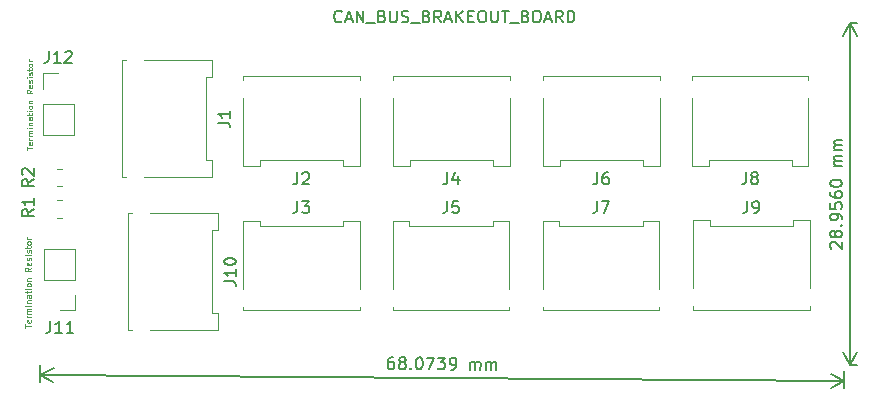
<source format=gbr>
%TF.GenerationSoftware,KiCad,Pcbnew,6.0.1-79c1e3a40b~116~ubuntu20.04.1*%
%TF.CreationDate,2022-01-27T21:22:14+08:00*%
%TF.ProjectId,canbus_board,63616e62-7573-45f6-926f-6172642e6b69,rev?*%
%TF.SameCoordinates,Original*%
%TF.FileFunction,Legend,Top*%
%TF.FilePolarity,Positive*%
%FSLAX46Y46*%
G04 Gerber Fmt 4.6, Leading zero omitted, Abs format (unit mm)*
G04 Created by KiCad (PCBNEW 6.0.1-79c1e3a40b~116~ubuntu20.04.1) date 2022-01-27 21:22:14*
%MOMM*%
%LPD*%
G01*
G04 APERTURE LIST*
%ADD10C,0.150000*%
%ADD11C,0.125000*%
%ADD12C,0.120000*%
G04 APERTURE END LIST*
D10*
X82400380Y-36933142D02*
X82352761Y-36980761D01*
X82209904Y-37028380D01*
X82114666Y-37028380D01*
X81971809Y-36980761D01*
X81876571Y-36885523D01*
X81828952Y-36790285D01*
X81781333Y-36599809D01*
X81781333Y-36456952D01*
X81828952Y-36266476D01*
X81876571Y-36171238D01*
X81971809Y-36076000D01*
X82114666Y-36028380D01*
X82209904Y-36028380D01*
X82352761Y-36076000D01*
X82400380Y-36123619D01*
X82781333Y-36742666D02*
X83257523Y-36742666D01*
X82686095Y-37028380D02*
X83019428Y-36028380D01*
X83352761Y-37028380D01*
X83686095Y-37028380D02*
X83686095Y-36028380D01*
X84257523Y-37028380D01*
X84257523Y-36028380D01*
X84495619Y-37123619D02*
X85257523Y-37123619D01*
X85828952Y-36504571D02*
X85971809Y-36552190D01*
X86019428Y-36599809D01*
X86067047Y-36695047D01*
X86067047Y-36837904D01*
X86019428Y-36933142D01*
X85971809Y-36980761D01*
X85876571Y-37028380D01*
X85495619Y-37028380D01*
X85495619Y-36028380D01*
X85828952Y-36028380D01*
X85924190Y-36076000D01*
X85971809Y-36123619D01*
X86019428Y-36218857D01*
X86019428Y-36314095D01*
X85971809Y-36409333D01*
X85924190Y-36456952D01*
X85828952Y-36504571D01*
X85495619Y-36504571D01*
X86495619Y-36028380D02*
X86495619Y-36837904D01*
X86543238Y-36933142D01*
X86590857Y-36980761D01*
X86686095Y-37028380D01*
X86876571Y-37028380D01*
X86971809Y-36980761D01*
X87019428Y-36933142D01*
X87067047Y-36837904D01*
X87067047Y-36028380D01*
X87495619Y-36980761D02*
X87638476Y-37028380D01*
X87876571Y-37028380D01*
X87971809Y-36980761D01*
X88019428Y-36933142D01*
X88067047Y-36837904D01*
X88067047Y-36742666D01*
X88019428Y-36647428D01*
X87971809Y-36599809D01*
X87876571Y-36552190D01*
X87686095Y-36504571D01*
X87590857Y-36456952D01*
X87543238Y-36409333D01*
X87495619Y-36314095D01*
X87495619Y-36218857D01*
X87543238Y-36123619D01*
X87590857Y-36076000D01*
X87686095Y-36028380D01*
X87924190Y-36028380D01*
X88067047Y-36076000D01*
X88257523Y-37123619D02*
X89019428Y-37123619D01*
X89590857Y-36504571D02*
X89733714Y-36552190D01*
X89781333Y-36599809D01*
X89828952Y-36695047D01*
X89828952Y-36837904D01*
X89781333Y-36933142D01*
X89733714Y-36980761D01*
X89638476Y-37028380D01*
X89257523Y-37028380D01*
X89257523Y-36028380D01*
X89590857Y-36028380D01*
X89686095Y-36076000D01*
X89733714Y-36123619D01*
X89781333Y-36218857D01*
X89781333Y-36314095D01*
X89733714Y-36409333D01*
X89686095Y-36456952D01*
X89590857Y-36504571D01*
X89257523Y-36504571D01*
X90828952Y-37028380D02*
X90495619Y-36552190D01*
X90257523Y-37028380D02*
X90257523Y-36028380D01*
X90638476Y-36028380D01*
X90733714Y-36076000D01*
X90781333Y-36123619D01*
X90828952Y-36218857D01*
X90828952Y-36361714D01*
X90781333Y-36456952D01*
X90733714Y-36504571D01*
X90638476Y-36552190D01*
X90257523Y-36552190D01*
X91209904Y-36742666D02*
X91686095Y-36742666D01*
X91114666Y-37028380D02*
X91447999Y-36028380D01*
X91781333Y-37028380D01*
X92114666Y-37028380D02*
X92114666Y-36028380D01*
X92686095Y-37028380D02*
X92257523Y-36456952D01*
X92686095Y-36028380D02*
X92114666Y-36599809D01*
X93114666Y-36504571D02*
X93447999Y-36504571D01*
X93590857Y-37028380D02*
X93114666Y-37028380D01*
X93114666Y-36028380D01*
X93590857Y-36028380D01*
X94209904Y-36028380D02*
X94400380Y-36028380D01*
X94495619Y-36076000D01*
X94590857Y-36171238D01*
X94638476Y-36361714D01*
X94638476Y-36695047D01*
X94590857Y-36885523D01*
X94495619Y-36980761D01*
X94400380Y-37028380D01*
X94209904Y-37028380D01*
X94114666Y-36980761D01*
X94019428Y-36885523D01*
X93971809Y-36695047D01*
X93971809Y-36361714D01*
X94019428Y-36171238D01*
X94114666Y-36076000D01*
X94209904Y-36028380D01*
X95067047Y-36028380D02*
X95067047Y-36837904D01*
X95114666Y-36933142D01*
X95162285Y-36980761D01*
X95257523Y-37028380D01*
X95447999Y-37028380D01*
X95543238Y-36980761D01*
X95590857Y-36933142D01*
X95638476Y-36837904D01*
X95638476Y-36028380D01*
X95971809Y-36028380D02*
X96543238Y-36028380D01*
X96257523Y-37028380D02*
X96257523Y-36028380D01*
X96638476Y-37123619D02*
X97400380Y-37123619D01*
X97971809Y-36504571D02*
X98114666Y-36552190D01*
X98162285Y-36599809D01*
X98209904Y-36695047D01*
X98209904Y-36837904D01*
X98162285Y-36933142D01*
X98114666Y-36980761D01*
X98019428Y-37028380D01*
X97638476Y-37028380D01*
X97638476Y-36028380D01*
X97971809Y-36028380D01*
X98067047Y-36076000D01*
X98114666Y-36123619D01*
X98162285Y-36218857D01*
X98162285Y-36314095D01*
X98114666Y-36409333D01*
X98067047Y-36456952D01*
X97971809Y-36504571D01*
X97638476Y-36504571D01*
X98828952Y-36028380D02*
X99019428Y-36028380D01*
X99114666Y-36076000D01*
X99209904Y-36171238D01*
X99257523Y-36361714D01*
X99257523Y-36695047D01*
X99209904Y-36885523D01*
X99114666Y-36980761D01*
X99019428Y-37028380D01*
X98828952Y-37028380D01*
X98733714Y-36980761D01*
X98638476Y-36885523D01*
X98590857Y-36695047D01*
X98590857Y-36361714D01*
X98638476Y-36171238D01*
X98733714Y-36076000D01*
X98828952Y-36028380D01*
X99638476Y-36742666D02*
X100114666Y-36742666D01*
X99543238Y-37028380D02*
X99876571Y-36028380D01*
X100209904Y-37028380D01*
X101114666Y-37028380D02*
X100781333Y-36552190D01*
X100543238Y-37028380D02*
X100543238Y-36028380D01*
X100924190Y-36028380D01*
X101019428Y-36076000D01*
X101067047Y-36123619D01*
X101114666Y-36218857D01*
X101114666Y-36361714D01*
X101067047Y-36456952D01*
X101019428Y-36504571D01*
X100924190Y-36552190D01*
X100543238Y-36552190D01*
X101543238Y-37028380D02*
X101543238Y-36028380D01*
X101781333Y-36028380D01*
X101924190Y-36076000D01*
X102019428Y-36171238D01*
X102067047Y-36266476D01*
X102114666Y-36456952D01*
X102114666Y-36599809D01*
X102067047Y-36790285D01*
X102019428Y-36885523D01*
X101924190Y-36980761D01*
X101781333Y-37028380D01*
X101543238Y-37028380D01*
X123873619Y-56181047D02*
X123826000Y-56133428D01*
X123778380Y-56038190D01*
X123778380Y-55800095D01*
X123826000Y-55704857D01*
X123873619Y-55657238D01*
X123968857Y-55609619D01*
X124064095Y-55609619D01*
X124206952Y-55657238D01*
X124778380Y-56228666D01*
X124778380Y-55609619D01*
X124206952Y-55038190D02*
X124159333Y-55133428D01*
X124111714Y-55181047D01*
X124016476Y-55228666D01*
X123968857Y-55228666D01*
X123873619Y-55181047D01*
X123826000Y-55133428D01*
X123778380Y-55038190D01*
X123778380Y-54847714D01*
X123826000Y-54752476D01*
X123873619Y-54704857D01*
X123968857Y-54657238D01*
X124016476Y-54657238D01*
X124111714Y-54704857D01*
X124159333Y-54752476D01*
X124206952Y-54847714D01*
X124206952Y-55038190D01*
X124254571Y-55133428D01*
X124302190Y-55181047D01*
X124397428Y-55228666D01*
X124587904Y-55228666D01*
X124683142Y-55181047D01*
X124730761Y-55133428D01*
X124778380Y-55038190D01*
X124778380Y-54847714D01*
X124730761Y-54752476D01*
X124683142Y-54704857D01*
X124587904Y-54657238D01*
X124397428Y-54657238D01*
X124302190Y-54704857D01*
X124254571Y-54752476D01*
X124206952Y-54847714D01*
X124683142Y-54228666D02*
X124730761Y-54181047D01*
X124778380Y-54228666D01*
X124730761Y-54276285D01*
X124683142Y-54228666D01*
X124778380Y-54228666D01*
X124778380Y-53704857D02*
X124778380Y-53514380D01*
X124730761Y-53419142D01*
X124683142Y-53371523D01*
X124540285Y-53276285D01*
X124349809Y-53228666D01*
X123968857Y-53228666D01*
X123873619Y-53276285D01*
X123826000Y-53323904D01*
X123778380Y-53419142D01*
X123778380Y-53609619D01*
X123826000Y-53704857D01*
X123873619Y-53752476D01*
X123968857Y-53800095D01*
X124206952Y-53800095D01*
X124302190Y-53752476D01*
X124349809Y-53704857D01*
X124397428Y-53609619D01*
X124397428Y-53419142D01*
X124349809Y-53323904D01*
X124302190Y-53276285D01*
X124206952Y-53228666D01*
X123778380Y-52323904D02*
X123778380Y-52800095D01*
X124254571Y-52847714D01*
X124206952Y-52800095D01*
X124159333Y-52704857D01*
X124159333Y-52466761D01*
X124206952Y-52371523D01*
X124254571Y-52323904D01*
X124349809Y-52276285D01*
X124587904Y-52276285D01*
X124683142Y-52323904D01*
X124730761Y-52371523D01*
X124778380Y-52466761D01*
X124778380Y-52704857D01*
X124730761Y-52800095D01*
X124683142Y-52847714D01*
X123778380Y-51419142D02*
X123778380Y-51609619D01*
X123826000Y-51704857D01*
X123873619Y-51752476D01*
X124016476Y-51847714D01*
X124206952Y-51895333D01*
X124587904Y-51895333D01*
X124683142Y-51847714D01*
X124730761Y-51800095D01*
X124778380Y-51704857D01*
X124778380Y-51514380D01*
X124730761Y-51419142D01*
X124683142Y-51371523D01*
X124587904Y-51323904D01*
X124349809Y-51323904D01*
X124254571Y-51371523D01*
X124206952Y-51419142D01*
X124159333Y-51514380D01*
X124159333Y-51704857D01*
X124206952Y-51800095D01*
X124254571Y-51847714D01*
X124349809Y-51895333D01*
X123778380Y-50704857D02*
X123778380Y-50609619D01*
X123826000Y-50514380D01*
X123873619Y-50466761D01*
X123968857Y-50419142D01*
X124159333Y-50371523D01*
X124397428Y-50371523D01*
X124587904Y-50419142D01*
X124683142Y-50466761D01*
X124730761Y-50514380D01*
X124778380Y-50609619D01*
X124778380Y-50704857D01*
X124730761Y-50800095D01*
X124683142Y-50847714D01*
X124587904Y-50895333D01*
X124397428Y-50942952D01*
X124159333Y-50942952D01*
X123968857Y-50895333D01*
X123873619Y-50847714D01*
X123826000Y-50800095D01*
X123778380Y-50704857D01*
X124778380Y-49181047D02*
X124111714Y-49181047D01*
X124206952Y-49181047D02*
X124159333Y-49133428D01*
X124111714Y-49038190D01*
X124111714Y-48895333D01*
X124159333Y-48800095D01*
X124254571Y-48752476D01*
X124778380Y-48752476D01*
X124254571Y-48752476D02*
X124159333Y-48704857D01*
X124111714Y-48609619D01*
X124111714Y-48466761D01*
X124159333Y-48371523D01*
X124254571Y-48323904D01*
X124778380Y-48323904D01*
X124778380Y-47847714D02*
X124111714Y-47847714D01*
X124206952Y-47847714D02*
X124159333Y-47800095D01*
X124111714Y-47704857D01*
X124111714Y-47562000D01*
X124159333Y-47466761D01*
X124254571Y-47419142D01*
X124778380Y-47419142D01*
X124254571Y-47419142D02*
X124159333Y-47371523D01*
X124111714Y-47276285D01*
X124111714Y-47133428D01*
X124159333Y-47038190D01*
X124254571Y-46990571D01*
X124778380Y-46990571D01*
X125468000Y-37084000D02*
X126062420Y-37084000D01*
X125468000Y-66040000D02*
X126062420Y-66040000D01*
X125476000Y-37084000D02*
X125476000Y-66040000D01*
X125476000Y-37084000D02*
X125476000Y-66040000D01*
X125476000Y-37084000D02*
X124889579Y-38210504D01*
X125476000Y-37084000D02*
X126062421Y-38210504D01*
X125476000Y-66040000D02*
X126062421Y-64913496D01*
X125476000Y-66040000D02*
X124889579Y-64913496D01*
X86791996Y-65388094D02*
X86601525Y-65386672D01*
X86505935Y-65433579D01*
X86457962Y-65480842D01*
X86361660Y-65622984D01*
X86312621Y-65813100D01*
X86309778Y-66194041D01*
X86356685Y-66289632D01*
X86403947Y-66337605D01*
X86498828Y-66385934D01*
X86689298Y-66387355D01*
X86784889Y-66340448D01*
X86832862Y-66293186D01*
X86881191Y-66198306D01*
X86882967Y-65960217D01*
X86836060Y-65864626D01*
X86788798Y-65816653D01*
X86693918Y-65768325D01*
X86503447Y-65766903D01*
X86407856Y-65813810D01*
X86359883Y-65861073D01*
X86311555Y-65955953D01*
X87455446Y-65821628D02*
X87360566Y-65773300D01*
X87313304Y-65725327D01*
X87266397Y-65629736D01*
X87266752Y-65582118D01*
X87315081Y-65487238D01*
X87363054Y-65439976D01*
X87458644Y-65393069D01*
X87649115Y-65394490D01*
X87743995Y-65442819D01*
X87791258Y-65490792D01*
X87838165Y-65586382D01*
X87837809Y-65634000D01*
X87789481Y-65728880D01*
X87741508Y-65776143D01*
X87645917Y-65823050D01*
X87455446Y-65821628D01*
X87359855Y-65868535D01*
X87311882Y-65915798D01*
X87263554Y-66010678D01*
X87262132Y-66201149D01*
X87309039Y-66296739D01*
X87356302Y-66344712D01*
X87451182Y-66393041D01*
X87641653Y-66394462D01*
X87737244Y-66347555D01*
X87785217Y-66300293D01*
X87833545Y-66205413D01*
X87834967Y-66014942D01*
X87788060Y-65919351D01*
X87740797Y-65871378D01*
X87645917Y-65823050D01*
X88261394Y-66303846D02*
X88308656Y-66351820D01*
X88260683Y-66399082D01*
X88213421Y-66351109D01*
X88261394Y-66303846D01*
X88260683Y-66399082D01*
X88934794Y-65404085D02*
X89030029Y-65404795D01*
X89124909Y-65453124D01*
X89172172Y-65501097D01*
X89219079Y-65596688D01*
X89265275Y-65787514D01*
X89263498Y-66025603D01*
X89214459Y-66215718D01*
X89166131Y-66310598D01*
X89118158Y-66357861D01*
X89022567Y-66404768D01*
X88927331Y-66404057D01*
X88832451Y-66355728D01*
X88785189Y-66307755D01*
X88738282Y-66212165D01*
X88692086Y-66021338D01*
X88693862Y-65783250D01*
X88742901Y-65593134D01*
X88791230Y-65498254D01*
X88839203Y-65450992D01*
X88934794Y-65404085D01*
X89601442Y-65409060D02*
X90268090Y-65414035D01*
X89832068Y-66410809D01*
X90553796Y-65416167D02*
X91172827Y-65420786D01*
X90836660Y-65799241D01*
X90979513Y-65800307D01*
X91074393Y-65848635D01*
X91121655Y-65896608D01*
X91168562Y-65992199D01*
X91166786Y-66230288D01*
X91118457Y-66325168D01*
X91070484Y-66372430D01*
X90974893Y-66419337D01*
X90689187Y-66417205D01*
X90594307Y-66368877D01*
X90547045Y-66320904D01*
X91641541Y-66424312D02*
X91832012Y-66425734D01*
X91927603Y-66378827D01*
X91975576Y-66331564D01*
X92071878Y-66189422D01*
X92120917Y-65999306D01*
X92123760Y-65618364D01*
X92076853Y-65522774D01*
X92029590Y-65474801D01*
X91934710Y-65426472D01*
X91744239Y-65425051D01*
X91648649Y-65471958D01*
X91600675Y-65519220D01*
X91552347Y-65614100D01*
X91550570Y-65852189D01*
X91597477Y-65947780D01*
X91644740Y-65995753D01*
X91739620Y-66044081D01*
X91930091Y-66045503D01*
X92025681Y-65998596D01*
X92073654Y-65951333D01*
X92121983Y-65856453D01*
X93308162Y-66436750D02*
X93313137Y-65770102D01*
X93312426Y-65865337D02*
X93360399Y-65818075D01*
X93455990Y-65771168D01*
X93598843Y-65772234D01*
X93693723Y-65820562D01*
X93740630Y-65916153D01*
X93736721Y-66439948D01*
X93740630Y-65916153D02*
X93788959Y-65821273D01*
X93884549Y-65774366D01*
X94027403Y-65775432D01*
X94122283Y-65823760D01*
X94169190Y-65919351D01*
X94165281Y-66443146D01*
X94641458Y-66446700D02*
X94646433Y-65780052D01*
X94645722Y-65875287D02*
X94693695Y-65828025D01*
X94789286Y-65781118D01*
X94932139Y-65782184D01*
X95027019Y-65830512D01*
X95073926Y-65926103D01*
X95070017Y-66449898D01*
X95073926Y-65926103D02*
X95122255Y-65831223D01*
X95217846Y-65784316D01*
X95360699Y-65785382D01*
X95455579Y-65833710D01*
X95502486Y-65929301D01*
X95498577Y-66453096D01*
X124964269Y-66539986D02*
X124953694Y-67956986D01*
X56892269Y-66031986D02*
X56881694Y-67448986D01*
X124958070Y-67370582D02*
X56886070Y-66862582D01*
X124958070Y-67370582D02*
X56886070Y-66862582D01*
X124958070Y-67370582D02*
X123835974Y-66775771D01*
X124958070Y-67370582D02*
X123827221Y-67948580D01*
X56886070Y-66862582D02*
X58008166Y-67457393D01*
X56886070Y-66862582D02*
X58016919Y-66284584D01*
%TO.C,J12*%
X57610476Y-39457380D02*
X57610476Y-40171666D01*
X57562857Y-40314523D01*
X57467619Y-40409761D01*
X57324761Y-40457380D01*
X57229523Y-40457380D01*
X58610476Y-40457380D02*
X58039047Y-40457380D01*
X58324761Y-40457380D02*
X58324761Y-39457380D01*
X58229523Y-39600238D01*
X58134285Y-39695476D01*
X58039047Y-39743095D01*
X58991428Y-39552619D02*
X59039047Y-39505000D01*
X59134285Y-39457380D01*
X59372380Y-39457380D01*
X59467619Y-39505000D01*
X59515238Y-39552619D01*
X59562857Y-39647857D01*
X59562857Y-39743095D01*
X59515238Y-39885952D01*
X58943809Y-40457380D01*
X59562857Y-40457380D01*
D11*
X55733190Y-47838809D02*
X55733190Y-47553095D01*
X56233190Y-47695952D02*
X55733190Y-47695952D01*
X56209380Y-47195952D02*
X56233190Y-47243571D01*
X56233190Y-47338809D01*
X56209380Y-47386428D01*
X56161761Y-47410238D01*
X55971285Y-47410238D01*
X55923666Y-47386428D01*
X55899857Y-47338809D01*
X55899857Y-47243571D01*
X55923666Y-47195952D01*
X55971285Y-47172142D01*
X56018904Y-47172142D01*
X56066523Y-47410238D01*
X56233190Y-46957857D02*
X55899857Y-46957857D01*
X55995095Y-46957857D02*
X55947476Y-46934047D01*
X55923666Y-46910238D01*
X55899857Y-46862619D01*
X55899857Y-46815000D01*
X56233190Y-46648333D02*
X55899857Y-46648333D01*
X55947476Y-46648333D02*
X55923666Y-46624523D01*
X55899857Y-46576904D01*
X55899857Y-46505476D01*
X55923666Y-46457857D01*
X55971285Y-46434047D01*
X56233190Y-46434047D01*
X55971285Y-46434047D02*
X55923666Y-46410238D01*
X55899857Y-46362619D01*
X55899857Y-46291190D01*
X55923666Y-46243571D01*
X55971285Y-46219761D01*
X56233190Y-46219761D01*
X56233190Y-45981666D02*
X55899857Y-45981666D01*
X55733190Y-45981666D02*
X55757000Y-46005476D01*
X55780809Y-45981666D01*
X55757000Y-45957857D01*
X55733190Y-45981666D01*
X55780809Y-45981666D01*
X55899857Y-45743571D02*
X56233190Y-45743571D01*
X55947476Y-45743571D02*
X55923666Y-45719761D01*
X55899857Y-45672142D01*
X55899857Y-45600714D01*
X55923666Y-45553095D01*
X55971285Y-45529285D01*
X56233190Y-45529285D01*
X56233190Y-45076904D02*
X55971285Y-45076904D01*
X55923666Y-45100714D01*
X55899857Y-45148333D01*
X55899857Y-45243571D01*
X55923666Y-45291190D01*
X56209380Y-45076904D02*
X56233190Y-45124523D01*
X56233190Y-45243571D01*
X56209380Y-45291190D01*
X56161761Y-45315000D01*
X56114142Y-45315000D01*
X56066523Y-45291190D01*
X56042714Y-45243571D01*
X56042714Y-45124523D01*
X56018904Y-45076904D01*
X55899857Y-44910238D02*
X55899857Y-44719761D01*
X55733190Y-44838809D02*
X56161761Y-44838809D01*
X56209380Y-44815000D01*
X56233190Y-44767380D01*
X56233190Y-44719761D01*
X56233190Y-44553095D02*
X55899857Y-44553095D01*
X55733190Y-44553095D02*
X55757000Y-44576904D01*
X55780809Y-44553095D01*
X55757000Y-44529285D01*
X55733190Y-44553095D01*
X55780809Y-44553095D01*
X56233190Y-44243571D02*
X56209380Y-44291190D01*
X56185571Y-44315000D01*
X56137952Y-44338809D01*
X55995095Y-44338809D01*
X55947476Y-44315000D01*
X55923666Y-44291190D01*
X55899857Y-44243571D01*
X55899857Y-44172142D01*
X55923666Y-44124523D01*
X55947476Y-44100714D01*
X55995095Y-44076904D01*
X56137952Y-44076904D01*
X56185571Y-44100714D01*
X56209380Y-44124523D01*
X56233190Y-44172142D01*
X56233190Y-44243571D01*
X55899857Y-43862619D02*
X56233190Y-43862619D01*
X55947476Y-43862619D02*
X55923666Y-43838809D01*
X55899857Y-43791190D01*
X55899857Y-43719761D01*
X55923666Y-43672142D01*
X55971285Y-43648333D01*
X56233190Y-43648333D01*
X56233190Y-42743571D02*
X55995095Y-42910238D01*
X56233190Y-43029285D02*
X55733190Y-43029285D01*
X55733190Y-42838809D01*
X55757000Y-42791190D01*
X55780809Y-42767380D01*
X55828428Y-42743571D01*
X55899857Y-42743571D01*
X55947476Y-42767380D01*
X55971285Y-42791190D01*
X55995095Y-42838809D01*
X55995095Y-43029285D01*
X56209380Y-42338809D02*
X56233190Y-42386428D01*
X56233190Y-42481666D01*
X56209380Y-42529285D01*
X56161761Y-42553095D01*
X55971285Y-42553095D01*
X55923666Y-42529285D01*
X55899857Y-42481666D01*
X55899857Y-42386428D01*
X55923666Y-42338809D01*
X55971285Y-42315000D01*
X56018904Y-42315000D01*
X56066523Y-42553095D01*
X56209380Y-42124523D02*
X56233190Y-42076904D01*
X56233190Y-41981666D01*
X56209380Y-41934047D01*
X56161761Y-41910238D01*
X56137952Y-41910238D01*
X56090333Y-41934047D01*
X56066523Y-41981666D01*
X56066523Y-42053095D01*
X56042714Y-42100714D01*
X55995095Y-42124523D01*
X55971285Y-42124523D01*
X55923666Y-42100714D01*
X55899857Y-42053095D01*
X55899857Y-41981666D01*
X55923666Y-41934047D01*
X56233190Y-41695952D02*
X55899857Y-41695952D01*
X55733190Y-41695952D02*
X55757000Y-41719761D01*
X55780809Y-41695952D01*
X55757000Y-41672142D01*
X55733190Y-41695952D01*
X55780809Y-41695952D01*
X56209380Y-41481666D02*
X56233190Y-41434047D01*
X56233190Y-41338809D01*
X56209380Y-41291190D01*
X56161761Y-41267380D01*
X56137952Y-41267380D01*
X56090333Y-41291190D01*
X56066523Y-41338809D01*
X56066523Y-41410238D01*
X56042714Y-41457857D01*
X55995095Y-41481666D01*
X55971285Y-41481666D01*
X55923666Y-41457857D01*
X55899857Y-41410238D01*
X55899857Y-41338809D01*
X55923666Y-41291190D01*
X55899857Y-41124523D02*
X55899857Y-40934047D01*
X55733190Y-41053095D02*
X56161761Y-41053095D01*
X56209380Y-41029285D01*
X56233190Y-40981666D01*
X56233190Y-40934047D01*
X56233190Y-40695952D02*
X56209380Y-40743571D01*
X56185571Y-40767380D01*
X56137952Y-40791190D01*
X55995095Y-40791190D01*
X55947476Y-40767380D01*
X55923666Y-40743571D01*
X55899857Y-40695952D01*
X55899857Y-40624523D01*
X55923666Y-40576904D01*
X55947476Y-40553095D01*
X55995095Y-40529285D01*
X56137952Y-40529285D01*
X56185571Y-40553095D01*
X56209380Y-40576904D01*
X56233190Y-40624523D01*
X56233190Y-40695952D01*
X56233190Y-40315000D02*
X55899857Y-40315000D01*
X55995095Y-40315000D02*
X55947476Y-40291190D01*
X55923666Y-40267380D01*
X55899857Y-40219761D01*
X55899857Y-40172142D01*
D10*
%TO.C,R1*%
X56332380Y-52871666D02*
X55856190Y-53205000D01*
X56332380Y-53443095D02*
X55332380Y-53443095D01*
X55332380Y-53062142D01*
X55380000Y-52966904D01*
X55427619Y-52919285D01*
X55522857Y-52871666D01*
X55665714Y-52871666D01*
X55760952Y-52919285D01*
X55808571Y-52966904D01*
X55856190Y-53062142D01*
X55856190Y-53443095D01*
X56332380Y-51919285D02*
X56332380Y-52490714D01*
X56332380Y-52205000D02*
X55332380Y-52205000D01*
X55475238Y-52300238D01*
X55570476Y-52395476D01*
X55618095Y-52490714D01*
%TO.C,R2*%
X56332380Y-50331666D02*
X55856190Y-50665000D01*
X56332380Y-50903095D02*
X55332380Y-50903095D01*
X55332380Y-50522142D01*
X55380000Y-50426904D01*
X55427619Y-50379285D01*
X55522857Y-50331666D01*
X55665714Y-50331666D01*
X55760952Y-50379285D01*
X55808571Y-50426904D01*
X55856190Y-50522142D01*
X55856190Y-50903095D01*
X55427619Y-49950714D02*
X55380000Y-49903095D01*
X55332380Y-49807857D01*
X55332380Y-49569761D01*
X55380000Y-49474523D01*
X55427619Y-49426904D01*
X55522857Y-49379285D01*
X55618095Y-49379285D01*
X55760952Y-49426904D01*
X56332380Y-49998333D01*
X56332380Y-49379285D01*
%TO.C,J10*%
X72464380Y-58951523D02*
X73178666Y-58951523D01*
X73321523Y-58999142D01*
X73416761Y-59094380D01*
X73464380Y-59237238D01*
X73464380Y-59332476D01*
X73464380Y-57951523D02*
X73464380Y-58522952D01*
X73464380Y-58237238D02*
X72464380Y-58237238D01*
X72607238Y-58332476D01*
X72702476Y-58427714D01*
X72750095Y-58522952D01*
X72464380Y-57332476D02*
X72464380Y-57237238D01*
X72512000Y-57142000D01*
X72559619Y-57094380D01*
X72654857Y-57046761D01*
X72845333Y-56999142D01*
X73083428Y-56999142D01*
X73273904Y-57046761D01*
X73369142Y-57094380D01*
X73416761Y-57142000D01*
X73464380Y-57237238D01*
X73464380Y-57332476D01*
X73416761Y-57427714D01*
X73369142Y-57475333D01*
X73273904Y-57522952D01*
X73083428Y-57570571D01*
X72845333Y-57570571D01*
X72654857Y-57522952D01*
X72559619Y-57475333D01*
X72512000Y-57427714D01*
X72464380Y-57332476D01*
%TO.C,J7*%
X104036666Y-52170380D02*
X104036666Y-52884666D01*
X103989047Y-53027523D01*
X103893809Y-53122761D01*
X103750952Y-53170380D01*
X103655714Y-53170380D01*
X104417619Y-52170380D02*
X105084285Y-52170380D01*
X104655714Y-53170380D01*
%TO.C,J5*%
X91336666Y-52170380D02*
X91336666Y-52884666D01*
X91289047Y-53027523D01*
X91193809Y-53122761D01*
X91050952Y-53170380D01*
X90955714Y-53170380D01*
X92289047Y-52170380D02*
X91812857Y-52170380D01*
X91765238Y-52646571D01*
X91812857Y-52598952D01*
X91908095Y-52551333D01*
X92146190Y-52551333D01*
X92241428Y-52598952D01*
X92289047Y-52646571D01*
X92336666Y-52741809D01*
X92336666Y-52979904D01*
X92289047Y-53075142D01*
X92241428Y-53122761D01*
X92146190Y-53170380D01*
X91908095Y-53170380D01*
X91812857Y-53122761D01*
X91765238Y-53075142D01*
%TO.C,J6*%
X104060666Y-49741380D02*
X104060666Y-50455666D01*
X104013047Y-50598523D01*
X103917809Y-50693761D01*
X103774952Y-50741380D01*
X103679714Y-50741380D01*
X104965428Y-49741380D02*
X104774952Y-49741380D01*
X104679714Y-49789000D01*
X104632095Y-49836619D01*
X104536857Y-49979476D01*
X104489238Y-50169952D01*
X104489238Y-50550904D01*
X104536857Y-50646142D01*
X104584476Y-50693761D01*
X104679714Y-50741380D01*
X104870190Y-50741380D01*
X104965428Y-50693761D01*
X105013047Y-50646142D01*
X105060666Y-50550904D01*
X105060666Y-50312809D01*
X105013047Y-50217571D01*
X104965428Y-50169952D01*
X104870190Y-50122333D01*
X104679714Y-50122333D01*
X104584476Y-50169952D01*
X104536857Y-50217571D01*
X104489238Y-50312809D01*
%TO.C,J8*%
X116657666Y-49731380D02*
X116657666Y-50445666D01*
X116610047Y-50588523D01*
X116514809Y-50683761D01*
X116371952Y-50731380D01*
X116276714Y-50731380D01*
X117276714Y-50159952D02*
X117181476Y-50112333D01*
X117133857Y-50064714D01*
X117086238Y-49969476D01*
X117086238Y-49921857D01*
X117133857Y-49826619D01*
X117181476Y-49779000D01*
X117276714Y-49731380D01*
X117467190Y-49731380D01*
X117562428Y-49779000D01*
X117610047Y-49826619D01*
X117657666Y-49921857D01*
X117657666Y-49969476D01*
X117610047Y-50064714D01*
X117562428Y-50112333D01*
X117467190Y-50159952D01*
X117276714Y-50159952D01*
X117181476Y-50207571D01*
X117133857Y-50255190D01*
X117086238Y-50350428D01*
X117086238Y-50540904D01*
X117133857Y-50636142D01*
X117181476Y-50683761D01*
X117276714Y-50731380D01*
X117467190Y-50731380D01*
X117562428Y-50683761D01*
X117610047Y-50636142D01*
X117657666Y-50540904D01*
X117657666Y-50350428D01*
X117610047Y-50255190D01*
X117562428Y-50207571D01*
X117467190Y-50159952D01*
%TO.C,J3*%
X78660666Y-52170380D02*
X78660666Y-52884666D01*
X78613047Y-53027523D01*
X78517809Y-53122761D01*
X78374952Y-53170380D01*
X78279714Y-53170380D01*
X79041619Y-52170380D02*
X79660666Y-52170380D01*
X79327333Y-52551333D01*
X79470190Y-52551333D01*
X79565428Y-52598952D01*
X79613047Y-52646571D01*
X79660666Y-52741809D01*
X79660666Y-52979904D01*
X79613047Y-53075142D01*
X79565428Y-53122761D01*
X79470190Y-53170380D01*
X79184476Y-53170380D01*
X79089238Y-53122761D01*
X79041619Y-53075142D01*
%TO.C,J9*%
X116760666Y-52160380D02*
X116760666Y-52874666D01*
X116713047Y-53017523D01*
X116617809Y-53112761D01*
X116474952Y-53160380D01*
X116379714Y-53160380D01*
X117284476Y-53160380D02*
X117474952Y-53160380D01*
X117570190Y-53112761D01*
X117617809Y-53065142D01*
X117713047Y-52922285D01*
X117760666Y-52731809D01*
X117760666Y-52350857D01*
X117713047Y-52255619D01*
X117665428Y-52208000D01*
X117570190Y-52160380D01*
X117379714Y-52160380D01*
X117284476Y-52208000D01*
X117236857Y-52255619D01*
X117189238Y-52350857D01*
X117189238Y-52588952D01*
X117236857Y-52684190D01*
X117284476Y-52731809D01*
X117379714Y-52779428D01*
X117570190Y-52779428D01*
X117665428Y-52731809D01*
X117713047Y-52684190D01*
X117760666Y-52588952D01*
%TO.C,J1*%
X71956380Y-45521333D02*
X72670666Y-45521333D01*
X72813523Y-45568952D01*
X72908761Y-45664190D01*
X72956380Y-45807047D01*
X72956380Y-45902285D01*
X72956380Y-44521333D02*
X72956380Y-45092761D01*
X72956380Y-44807047D02*
X71956380Y-44807047D01*
X72099238Y-44902285D01*
X72194476Y-44997523D01*
X72242095Y-45092761D01*
%TO.C,J2*%
X78660666Y-49741380D02*
X78660666Y-50455666D01*
X78613047Y-50598523D01*
X78517809Y-50693761D01*
X78374952Y-50741380D01*
X78279714Y-50741380D01*
X79089238Y-49836619D02*
X79136857Y-49789000D01*
X79232095Y-49741380D01*
X79470190Y-49741380D01*
X79565428Y-49789000D01*
X79613047Y-49836619D01*
X79660666Y-49931857D01*
X79660666Y-50027095D01*
X79613047Y-50169952D01*
X79041619Y-50741380D01*
X79660666Y-50741380D01*
%TO.C,J4*%
X91360666Y-49741380D02*
X91360666Y-50455666D01*
X91313047Y-50598523D01*
X91217809Y-50693761D01*
X91074952Y-50741380D01*
X90979714Y-50741380D01*
X92265428Y-50074714D02*
X92265428Y-50741380D01*
X92027333Y-49693761D02*
X91789238Y-50408047D01*
X92408285Y-50408047D01*
%TO.C,J11*%
X57737476Y-62317380D02*
X57737476Y-63031666D01*
X57689857Y-63174523D01*
X57594619Y-63269761D01*
X57451761Y-63317380D01*
X57356523Y-63317380D01*
X58737476Y-63317380D02*
X58166047Y-63317380D01*
X58451761Y-63317380D02*
X58451761Y-62317380D01*
X58356523Y-62460238D01*
X58261285Y-62555476D01*
X58166047Y-62603095D01*
X59689857Y-63317380D02*
X59118428Y-63317380D01*
X59404142Y-63317380D02*
X59404142Y-62317380D01*
X59308904Y-62460238D01*
X59213666Y-62555476D01*
X59118428Y-62603095D01*
D11*
X55606190Y-62888333D02*
X55606190Y-62602619D01*
X56106190Y-62745476D02*
X55606190Y-62745476D01*
X56082380Y-62245476D02*
X56106190Y-62293095D01*
X56106190Y-62388333D01*
X56082380Y-62435952D01*
X56034761Y-62459761D01*
X55844285Y-62459761D01*
X55796666Y-62435952D01*
X55772857Y-62388333D01*
X55772857Y-62293095D01*
X55796666Y-62245476D01*
X55844285Y-62221666D01*
X55891904Y-62221666D01*
X55939523Y-62459761D01*
X56106190Y-62007380D02*
X55772857Y-62007380D01*
X55868095Y-62007380D02*
X55820476Y-61983571D01*
X55796666Y-61959761D01*
X55772857Y-61912142D01*
X55772857Y-61864523D01*
X56106190Y-61697857D02*
X55772857Y-61697857D01*
X55820476Y-61697857D02*
X55796666Y-61674047D01*
X55772857Y-61626428D01*
X55772857Y-61555000D01*
X55796666Y-61507380D01*
X55844285Y-61483571D01*
X56106190Y-61483571D01*
X55844285Y-61483571D02*
X55796666Y-61459761D01*
X55772857Y-61412142D01*
X55772857Y-61340714D01*
X55796666Y-61293095D01*
X55844285Y-61269285D01*
X56106190Y-61269285D01*
X56106190Y-61031190D02*
X55772857Y-61031190D01*
X55606190Y-61031190D02*
X55630000Y-61055000D01*
X55653809Y-61031190D01*
X55630000Y-61007380D01*
X55606190Y-61031190D01*
X55653809Y-61031190D01*
X55772857Y-60793095D02*
X56106190Y-60793095D01*
X55820476Y-60793095D02*
X55796666Y-60769285D01*
X55772857Y-60721666D01*
X55772857Y-60650238D01*
X55796666Y-60602619D01*
X55844285Y-60578809D01*
X56106190Y-60578809D01*
X56106190Y-60126428D02*
X55844285Y-60126428D01*
X55796666Y-60150238D01*
X55772857Y-60197857D01*
X55772857Y-60293095D01*
X55796666Y-60340714D01*
X56082380Y-60126428D02*
X56106190Y-60174047D01*
X56106190Y-60293095D01*
X56082380Y-60340714D01*
X56034761Y-60364523D01*
X55987142Y-60364523D01*
X55939523Y-60340714D01*
X55915714Y-60293095D01*
X55915714Y-60174047D01*
X55891904Y-60126428D01*
X55772857Y-59959761D02*
X55772857Y-59769285D01*
X55606190Y-59888333D02*
X56034761Y-59888333D01*
X56082380Y-59864523D01*
X56106190Y-59816904D01*
X56106190Y-59769285D01*
X56106190Y-59602619D02*
X55772857Y-59602619D01*
X55606190Y-59602619D02*
X55630000Y-59626428D01*
X55653809Y-59602619D01*
X55630000Y-59578809D01*
X55606190Y-59602619D01*
X55653809Y-59602619D01*
X56106190Y-59293095D02*
X56082380Y-59340714D01*
X56058571Y-59364523D01*
X56010952Y-59388333D01*
X55868095Y-59388333D01*
X55820476Y-59364523D01*
X55796666Y-59340714D01*
X55772857Y-59293095D01*
X55772857Y-59221666D01*
X55796666Y-59174047D01*
X55820476Y-59150238D01*
X55868095Y-59126428D01*
X56010952Y-59126428D01*
X56058571Y-59150238D01*
X56082380Y-59174047D01*
X56106190Y-59221666D01*
X56106190Y-59293095D01*
X55772857Y-58912142D02*
X56106190Y-58912142D01*
X55820476Y-58912142D02*
X55796666Y-58888333D01*
X55772857Y-58840714D01*
X55772857Y-58769285D01*
X55796666Y-58721666D01*
X55844285Y-58697857D01*
X56106190Y-58697857D01*
X56106190Y-57793095D02*
X55868095Y-57959761D01*
X56106190Y-58078809D02*
X55606190Y-58078809D01*
X55606190Y-57888333D01*
X55630000Y-57840714D01*
X55653809Y-57816904D01*
X55701428Y-57793095D01*
X55772857Y-57793095D01*
X55820476Y-57816904D01*
X55844285Y-57840714D01*
X55868095Y-57888333D01*
X55868095Y-58078809D01*
X56082380Y-57388333D02*
X56106190Y-57435952D01*
X56106190Y-57531190D01*
X56082380Y-57578809D01*
X56034761Y-57602619D01*
X55844285Y-57602619D01*
X55796666Y-57578809D01*
X55772857Y-57531190D01*
X55772857Y-57435952D01*
X55796666Y-57388333D01*
X55844285Y-57364523D01*
X55891904Y-57364523D01*
X55939523Y-57602619D01*
X56082380Y-57174047D02*
X56106190Y-57126428D01*
X56106190Y-57031190D01*
X56082380Y-56983571D01*
X56034761Y-56959761D01*
X56010952Y-56959761D01*
X55963333Y-56983571D01*
X55939523Y-57031190D01*
X55939523Y-57102619D01*
X55915714Y-57150238D01*
X55868095Y-57174047D01*
X55844285Y-57174047D01*
X55796666Y-57150238D01*
X55772857Y-57102619D01*
X55772857Y-57031190D01*
X55796666Y-56983571D01*
X56106190Y-56745476D02*
X55772857Y-56745476D01*
X55606190Y-56745476D02*
X55630000Y-56769285D01*
X55653809Y-56745476D01*
X55630000Y-56721666D01*
X55606190Y-56745476D01*
X55653809Y-56745476D01*
X56082380Y-56531190D02*
X56106190Y-56483571D01*
X56106190Y-56388333D01*
X56082380Y-56340714D01*
X56034761Y-56316904D01*
X56010952Y-56316904D01*
X55963333Y-56340714D01*
X55939523Y-56388333D01*
X55939523Y-56459761D01*
X55915714Y-56507380D01*
X55868095Y-56531190D01*
X55844285Y-56531190D01*
X55796666Y-56507380D01*
X55772857Y-56459761D01*
X55772857Y-56388333D01*
X55796666Y-56340714D01*
X55772857Y-56174047D02*
X55772857Y-55983571D01*
X55606190Y-56102619D02*
X56034761Y-56102619D01*
X56082380Y-56078809D01*
X56106190Y-56031190D01*
X56106190Y-55983571D01*
X56106190Y-55745476D02*
X56082380Y-55793095D01*
X56058571Y-55816904D01*
X56010952Y-55840714D01*
X55868095Y-55840714D01*
X55820476Y-55816904D01*
X55796666Y-55793095D01*
X55772857Y-55745476D01*
X55772857Y-55674047D01*
X55796666Y-55626428D01*
X55820476Y-55602619D01*
X55868095Y-55578809D01*
X56010952Y-55578809D01*
X56058571Y-55602619D01*
X56082380Y-55626428D01*
X56106190Y-55674047D01*
X56106190Y-55745476D01*
X56106190Y-55364523D02*
X55772857Y-55364523D01*
X55868095Y-55364523D02*
X55820476Y-55340714D01*
X55796666Y-55316904D01*
X55772857Y-55269285D01*
X55772857Y-55221666D01*
D12*
%TO.C,J12*%
X57090000Y-43937000D02*
X59750000Y-43937000D01*
X57090000Y-42667000D02*
X57090000Y-41337000D01*
X57090000Y-43937000D02*
X57090000Y-46537000D01*
X59750000Y-43937000D02*
X59750000Y-46537000D01*
X57090000Y-46537000D02*
X59750000Y-46537000D01*
X57090000Y-41337000D02*
X58420000Y-41337000D01*
%TO.C,R1*%
X58319936Y-52097000D02*
X58774064Y-52097000D01*
X58319936Y-53567000D02*
X58774064Y-53567000D01*
%TO.C,R2*%
X58303936Y-49430000D02*
X58758064Y-49430000D01*
X58303936Y-50900000D02*
X58758064Y-50900000D01*
%TO.C,J10*%
X64642000Y-53207000D02*
X64332000Y-53207000D01*
X71422000Y-61657000D02*
X71922000Y-61657000D01*
X64332000Y-53207000D02*
X64332000Y-63077000D01*
X71922000Y-53207000D02*
X71922000Y-54627000D01*
X71922000Y-54627000D02*
X71422000Y-54627000D01*
X66162000Y-53207000D02*
X71922000Y-53207000D01*
X71922000Y-63077000D02*
X66162000Y-63077000D01*
X71422000Y-54627000D02*
X71422000Y-61657000D01*
X71922000Y-61657000D02*
X71922000Y-63077000D01*
X64332000Y-63077000D02*
X64642000Y-63077000D01*
%TO.C,J7*%
X99435000Y-61088000D02*
X99435000Y-61398000D01*
X99435000Y-53808000D02*
X100855000Y-53808000D01*
X109305000Y-61398000D02*
X109305000Y-61088000D01*
X109305000Y-53808000D02*
X109305000Y-59568000D01*
X99435000Y-61398000D02*
X109305000Y-61398000D01*
X107885000Y-54308000D02*
X107885000Y-53808000D01*
X99435000Y-59568000D02*
X99435000Y-53808000D01*
X107885000Y-53808000D02*
X109305000Y-53808000D01*
X100855000Y-54308000D02*
X107885000Y-54308000D01*
X100855000Y-53808000D02*
X100855000Y-54308000D01*
%TO.C,J5*%
X86735000Y-59568000D02*
X86735000Y-53808000D01*
X96605000Y-61398000D02*
X96605000Y-61088000D01*
X95185000Y-53808000D02*
X96605000Y-53808000D01*
X88155000Y-53808000D02*
X88155000Y-54308000D01*
X86735000Y-61088000D02*
X86735000Y-61398000D01*
X88155000Y-54308000D02*
X95185000Y-54308000D01*
X96605000Y-53808000D02*
X96605000Y-59568000D01*
X86735000Y-61398000D02*
X96605000Y-61398000D01*
X86735000Y-53808000D02*
X88155000Y-53808000D01*
X95185000Y-54308000D02*
X95185000Y-53808000D01*
%TO.C,J6*%
X109329000Y-43439000D02*
X109329000Y-49199000D01*
X100879000Y-49199000D02*
X99459000Y-49199000D01*
X107909000Y-48699000D02*
X100879000Y-48699000D01*
X99459000Y-41609000D02*
X99459000Y-41919000D01*
X99459000Y-49199000D02*
X99459000Y-43439000D01*
X107909000Y-49199000D02*
X107909000Y-48699000D01*
X109329000Y-41609000D02*
X99459000Y-41609000D01*
X109329000Y-49199000D02*
X107909000Y-49199000D01*
X100879000Y-48699000D02*
X100879000Y-49199000D01*
X109329000Y-41919000D02*
X109329000Y-41609000D01*
%TO.C,J8*%
X113476000Y-49189000D02*
X112056000Y-49189000D01*
X120506000Y-48689000D02*
X113476000Y-48689000D01*
X121926000Y-49189000D02*
X120506000Y-49189000D01*
X121926000Y-41909000D02*
X121926000Y-41599000D01*
X112056000Y-41599000D02*
X112056000Y-41909000D01*
X120506000Y-49189000D02*
X120506000Y-48689000D01*
X112056000Y-49189000D02*
X112056000Y-43429000D01*
X121926000Y-43429000D02*
X121926000Y-49189000D01*
X121926000Y-41599000D02*
X112056000Y-41599000D01*
X113476000Y-48689000D02*
X113476000Y-49189000D01*
%TO.C,J3*%
X82509000Y-53808000D02*
X83929000Y-53808000D01*
X74059000Y-53808000D02*
X75479000Y-53808000D01*
X74059000Y-61398000D02*
X83929000Y-61398000D01*
X82509000Y-54308000D02*
X82509000Y-53808000D01*
X74059000Y-59568000D02*
X74059000Y-53808000D01*
X75479000Y-53808000D02*
X75479000Y-54308000D01*
X75479000Y-54308000D02*
X82509000Y-54308000D01*
X74059000Y-61088000D02*
X74059000Y-61398000D01*
X83929000Y-53808000D02*
X83929000Y-59568000D01*
X83929000Y-61398000D02*
X83929000Y-61088000D01*
%TO.C,J9*%
X122029000Y-53798000D02*
X122029000Y-59558000D01*
X113579000Y-53798000D02*
X113579000Y-54298000D01*
X112159000Y-59558000D02*
X112159000Y-53798000D01*
X112159000Y-61078000D02*
X112159000Y-61388000D01*
X112159000Y-61388000D02*
X122029000Y-61388000D01*
X112159000Y-53798000D02*
X113579000Y-53798000D01*
X120609000Y-54298000D02*
X120609000Y-53798000D01*
X120609000Y-53798000D02*
X122029000Y-53798000D01*
X122029000Y-61388000D02*
X122029000Y-61078000D01*
X113579000Y-54298000D02*
X120609000Y-54298000D01*
%TO.C,J1*%
X63824000Y-50123000D02*
X64134000Y-50123000D01*
X71414000Y-50123000D02*
X65654000Y-50123000D01*
X63824000Y-40253000D02*
X63824000Y-50123000D01*
X71414000Y-48703000D02*
X71414000Y-50123000D01*
X64134000Y-40253000D02*
X63824000Y-40253000D01*
X70914000Y-41673000D02*
X70914000Y-48703000D01*
X65654000Y-40253000D02*
X71414000Y-40253000D01*
X71414000Y-40253000D02*
X71414000Y-41673000D01*
X71414000Y-41673000D02*
X70914000Y-41673000D01*
X70914000Y-48703000D02*
X71414000Y-48703000D01*
%TO.C,J2*%
X74059000Y-49199000D02*
X74059000Y-43439000D01*
X83929000Y-49199000D02*
X82509000Y-49199000D01*
X82509000Y-48699000D02*
X75479000Y-48699000D01*
X75479000Y-48699000D02*
X75479000Y-49199000D01*
X83929000Y-41609000D02*
X74059000Y-41609000D01*
X74059000Y-41609000D02*
X74059000Y-41919000D01*
X82509000Y-49199000D02*
X82509000Y-48699000D01*
X83929000Y-41919000D02*
X83929000Y-41609000D01*
X75479000Y-49199000D02*
X74059000Y-49199000D01*
X83929000Y-43439000D02*
X83929000Y-49199000D01*
%TO.C,J4*%
X88179000Y-48699000D02*
X88179000Y-49199000D01*
X88179000Y-49199000D02*
X86759000Y-49199000D01*
X95209000Y-49199000D02*
X95209000Y-48699000D01*
X86759000Y-41609000D02*
X86759000Y-41919000D01*
X96629000Y-43439000D02*
X96629000Y-49199000D01*
X96629000Y-41609000D02*
X86759000Y-41609000D01*
X95209000Y-48699000D02*
X88179000Y-48699000D01*
X96629000Y-41919000D02*
X96629000Y-41609000D01*
X96629000Y-49199000D02*
X95209000Y-49199000D01*
X86759000Y-49199000D02*
X86759000Y-43439000D01*
%TO.C,J11*%
X59877000Y-60076000D02*
X59877000Y-61406000D01*
X59877000Y-61406000D02*
X58547000Y-61406000D01*
X57217000Y-58806000D02*
X57217000Y-56206000D01*
X59877000Y-58806000D02*
X59877000Y-56206000D01*
X59877000Y-56206000D02*
X57217000Y-56206000D01*
X59877000Y-58806000D02*
X57217000Y-58806000D01*
%TD*%
M02*

</source>
